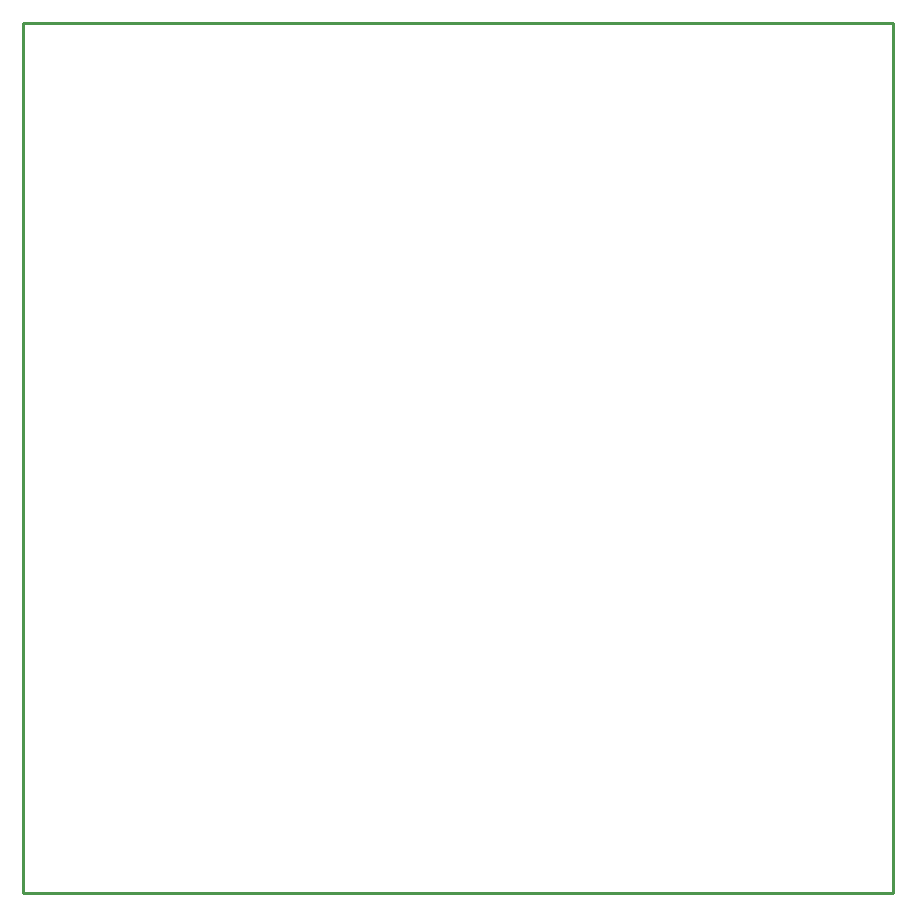
<source format=gbr>
G04 start of page 4 for group 2 idx 2 *
G04 Title: (unknown), outline *
G04 Creator: pcb 20110918 *
G04 CreationDate: Sun 21 Dec 2014 03:27:12 AM GMT UTC *
G04 For: petersen *
G04 Format: Gerber/RS-274X *
G04 PCB-Dimensions: 290000 290000 *
G04 PCB-Coordinate-Origin: lower left *
%MOIN*%
%FSLAX25Y25*%
%LNOUTLINE*%
%ADD55C,0.0100*%
G54D55*X0Y290000D02*X290000D01*
Y0D01*
X0D01*
Y290000D01*
M02*

</source>
